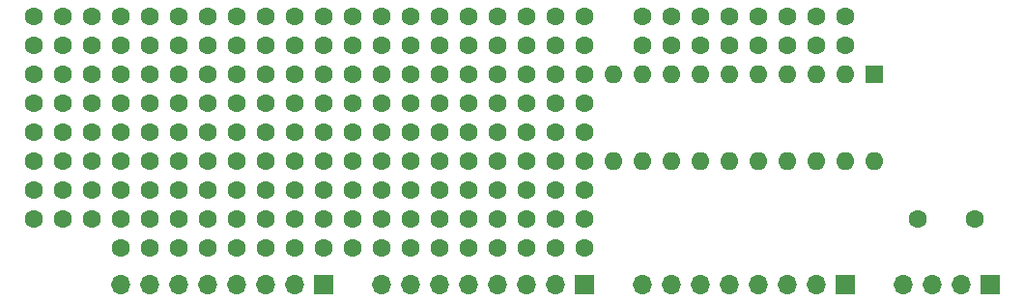
<source format=gbr>
G04 #@! TF.GenerationSoftware,KiCad,Pcbnew,(5.1.8)-1*
G04 #@! TF.CreationDate,2020-11-07T20:38:09+03:00*
G04 #@! TF.ProjectId,template,74656d70-6c61-4746-952e-6b696361645f,rev?*
G04 #@! TF.SameCoordinates,Original*
G04 #@! TF.FileFunction,Copper,L1,Top*
G04 #@! TF.FilePolarity,Positive*
%FSLAX46Y46*%
G04 Gerber Fmt 4.6, Leading zero omitted, Abs format (unit mm)*
G04 Created by KiCad (PCBNEW (5.1.8)-1) date 2020-11-07 20:38:09*
%MOMM*%
%LPD*%
G01*
G04 APERTURE LIST*
G04 #@! TA.AperFunction,ComponentPad*
%ADD10O,1.700000X1.700000*%
G04 #@! TD*
G04 #@! TA.AperFunction,ComponentPad*
%ADD11R,1.700000X1.700000*%
G04 #@! TD*
G04 #@! TA.AperFunction,ComponentPad*
%ADD12C,1.600000*%
G04 #@! TD*
G04 #@! TA.AperFunction,ComponentPad*
%ADD13R,1.600000X1.600000*%
G04 #@! TD*
G04 #@! TA.AperFunction,ComponentPad*
%ADD14O,1.600000X1.600000*%
G04 #@! TD*
G04 #@! TA.AperFunction,ViaPad*
%ADD15C,1.600000*%
G04 #@! TD*
G04 APERTURE END LIST*
D10*
X106680000Y-64135000D03*
X109220000Y-64135000D03*
X111760000Y-64135000D03*
D11*
X114300000Y-64135000D03*
D10*
X83820000Y-64135000D03*
X86360000Y-64135000D03*
X88900000Y-64135000D03*
X91440000Y-64135000D03*
X93980000Y-64135000D03*
X96520000Y-64135000D03*
X99060000Y-64135000D03*
D11*
X101600000Y-64135000D03*
D10*
X60960000Y-64135000D03*
X63500000Y-64135000D03*
X66040000Y-64135000D03*
X68580000Y-64135000D03*
X71120000Y-64135000D03*
X73660000Y-64135000D03*
X76200000Y-64135000D03*
D11*
X78740000Y-64135000D03*
D10*
X38100000Y-64135000D03*
X40640000Y-64135000D03*
X43180000Y-64135000D03*
X45720000Y-64135000D03*
X48260000Y-64135000D03*
X50800000Y-64135000D03*
X53340000Y-64135000D03*
D11*
X55880000Y-64135000D03*
D12*
X107950000Y-58420000D03*
X112950000Y-58420000D03*
D13*
X104140000Y-45720000D03*
D14*
X81280000Y-53340000D03*
X101600000Y-45720000D03*
X83820000Y-53340000D03*
X99060000Y-45720000D03*
X86360000Y-53340000D03*
X96520000Y-45720000D03*
X88900000Y-53340000D03*
X93980000Y-45720000D03*
X91440000Y-53340000D03*
X91440000Y-45720000D03*
X93980000Y-53340000D03*
X88900000Y-45720000D03*
X96520000Y-53340000D03*
X86360000Y-45720000D03*
X99060000Y-53340000D03*
X83820000Y-45720000D03*
X101600000Y-53340000D03*
X81280000Y-45720000D03*
X104140000Y-53340000D03*
D15*
X76200000Y-53340000D03*
X76200000Y-55880000D03*
X76200000Y-58420000D03*
X58420000Y-60960000D03*
X73660000Y-55880000D03*
X73660000Y-58420000D03*
X73660000Y-53340000D03*
X71120000Y-55880000D03*
X71120000Y-58420000D03*
X71120000Y-53340000D03*
X68580000Y-55880000D03*
X68580000Y-58420000D03*
X68580000Y-53340000D03*
X66040000Y-55880000D03*
X66040000Y-58420000D03*
X66040000Y-53340000D03*
X63500000Y-55880000D03*
X63500000Y-58420000D03*
X63500000Y-53340000D03*
X60960000Y-55880000D03*
X60960000Y-58420000D03*
X60960000Y-53340000D03*
X58420000Y-55880000D03*
X58420000Y-58420000D03*
X58420000Y-53340000D03*
X55880000Y-55880000D03*
X55880000Y-58420000D03*
X55880000Y-53340000D03*
X53340000Y-55880000D03*
X53340000Y-58420000D03*
X53340000Y-53340000D03*
X50800000Y-55880000D03*
X50800000Y-58420000D03*
X50800000Y-53340000D03*
X48260000Y-55880000D03*
X48260000Y-58420000D03*
X48260000Y-53340000D03*
X45720000Y-55880000D03*
X45720000Y-58420000D03*
X45720000Y-53340000D03*
X43180000Y-55880000D03*
X43180000Y-58420000D03*
X43180000Y-53340000D03*
X40640000Y-55880000D03*
X40640000Y-58420000D03*
X40640000Y-53340000D03*
X38100000Y-55880000D03*
X38100000Y-58420000D03*
X38100000Y-53340000D03*
X35560000Y-55880000D03*
X35560000Y-58420000D03*
X35560000Y-53340000D03*
X33020000Y-55880000D03*
X33020000Y-58420000D03*
X33020000Y-53340000D03*
X78740000Y-58420000D03*
X78740000Y-55880000D03*
X78740000Y-53340000D03*
X76200000Y-43180000D03*
X76200000Y-45720000D03*
X76200000Y-40640000D03*
X78740000Y-43180000D03*
X78740000Y-40640000D03*
X78740000Y-45720000D03*
X50800000Y-45720000D03*
X45720000Y-45720000D03*
X53340000Y-43180000D03*
X40640000Y-45720000D03*
X50800000Y-40640000D03*
X45720000Y-40640000D03*
X48260000Y-43180000D03*
X35560000Y-45720000D03*
X40640000Y-40640000D03*
X43180000Y-43180000D03*
X35560000Y-40640000D03*
X38100000Y-43180000D03*
X38100000Y-45720000D03*
X35560000Y-43180000D03*
X33020000Y-43180000D03*
X33020000Y-40640000D03*
X40640000Y-43180000D03*
X38100000Y-40640000D03*
X43180000Y-45720000D03*
X45720000Y-43180000D03*
X43180000Y-40640000D03*
X48260000Y-45720000D03*
X50800000Y-43180000D03*
X48260000Y-40640000D03*
X53340000Y-40640000D03*
X53340000Y-45720000D03*
X33020000Y-45720000D03*
X73660000Y-45720000D03*
X73660000Y-43180000D03*
X73660000Y-40640000D03*
X71120000Y-45720000D03*
X71120000Y-43180000D03*
X71120000Y-40640000D03*
X68580000Y-45720000D03*
X68580000Y-43180000D03*
X68580000Y-40640000D03*
X66040000Y-45720000D03*
X66040000Y-43180000D03*
X66040000Y-40640000D03*
X63500000Y-45720000D03*
X63500000Y-43180000D03*
X63500000Y-40640000D03*
X60960000Y-45720000D03*
X60960000Y-43180000D03*
X60960000Y-40640000D03*
X58420000Y-45720000D03*
X58420000Y-43180000D03*
X58420000Y-40640000D03*
X55880000Y-45720000D03*
X55880000Y-43180000D03*
X55880000Y-40640000D03*
X30480000Y-43180000D03*
X30480000Y-40640000D03*
X30480000Y-45720000D03*
X30480000Y-55880000D03*
X30480000Y-53340000D03*
X30480000Y-58420000D03*
X38100000Y-60960000D03*
X40640000Y-60960000D03*
X43180000Y-60960000D03*
X45720000Y-60960000D03*
X48260000Y-60960000D03*
X50800000Y-60960000D03*
X53340000Y-60960000D03*
X55880000Y-60960000D03*
X60960000Y-60960000D03*
X63500000Y-60960000D03*
X66040000Y-60960000D03*
X68580000Y-60960000D03*
X71120000Y-60960000D03*
X73660000Y-60960000D03*
X76200000Y-60960000D03*
X78740000Y-60960000D03*
X33020000Y-50800000D03*
X78740000Y-50800000D03*
X76200000Y-50800000D03*
X73660000Y-50800000D03*
X71120000Y-50800000D03*
X68580000Y-50800000D03*
X66040000Y-50800000D03*
X63500000Y-50800000D03*
X60960000Y-50800000D03*
X58420000Y-50800000D03*
X55880000Y-50800000D03*
X53340000Y-50800000D03*
X50800000Y-50800000D03*
X48260000Y-50800000D03*
X45720000Y-50800000D03*
X43180000Y-50800000D03*
X40640000Y-50800000D03*
X38100000Y-50800000D03*
X35560000Y-50800000D03*
X30480000Y-50800000D03*
X33020000Y-48260000D03*
X35560000Y-48260000D03*
X38100000Y-48260000D03*
X40640000Y-48260000D03*
X43180000Y-48260000D03*
X45720000Y-48260000D03*
X48260000Y-48260000D03*
X50800000Y-48260000D03*
X53340000Y-48260000D03*
X55880000Y-48260000D03*
X58420000Y-48260000D03*
X60960000Y-48260000D03*
X63500000Y-48260000D03*
X66040000Y-48260000D03*
X68580000Y-48260000D03*
X71120000Y-48260000D03*
X73660000Y-48260000D03*
X76200000Y-48260000D03*
X78740000Y-48260000D03*
X30480000Y-48260000D03*
X101600000Y-43180000D03*
X101600000Y-40640000D03*
X99060000Y-43180000D03*
X99060000Y-40640000D03*
X96520000Y-43180000D03*
X96520000Y-40640000D03*
X93980000Y-43180000D03*
X93980000Y-40640000D03*
X91440000Y-43180000D03*
X91440000Y-40640000D03*
X88900000Y-43180000D03*
X88900000Y-40640000D03*
X86360000Y-43180000D03*
X86360000Y-40640000D03*
X83820000Y-43180000D03*
X83820000Y-40640000D03*
M02*

</source>
